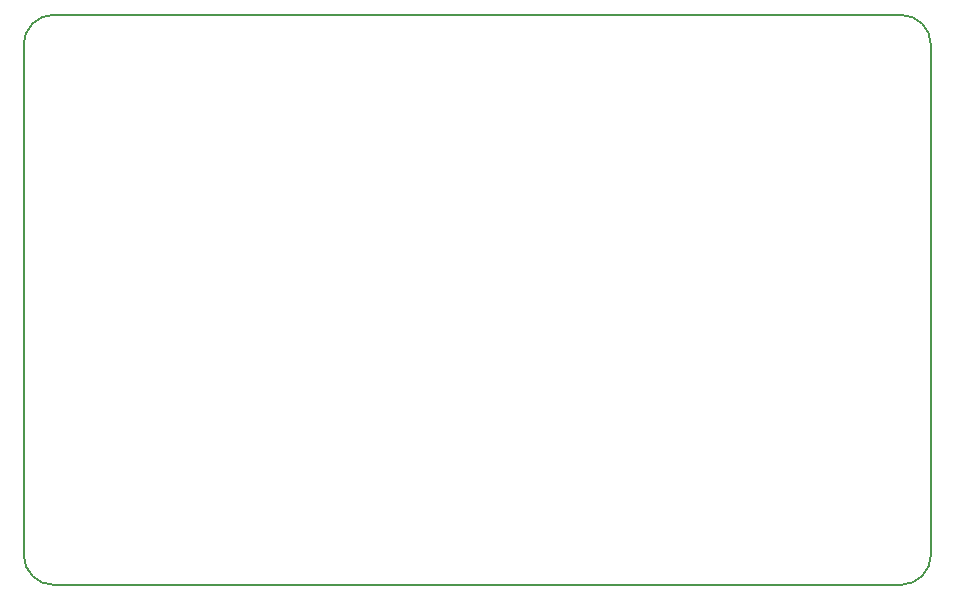
<source format=gm1>
G04 #@! TF.GenerationSoftware,KiCad,Pcbnew,5.0.1-33cea8e~68~ubuntu18.04.1*
G04 #@! TF.CreationDate,2018-12-16T18:27:52+03:00*
G04 #@! TF.ProjectId,up5k_v0,7570356B5F76302E6B696361645F7063,rev?*
G04 #@! TF.SameCoordinates,Original*
G04 #@! TF.FileFunction,Profile,NP*
%FSLAX46Y46*%
G04 Gerber Fmt 4.6, Leading zero omitted, Abs format (unit mm)*
G04 Created by KiCad (PCBNEW 5.0.1-33cea8e~68~ubuntu18.04.1) date Paz 16 Ara 2018 18:27:52 +03*
%MOMM*%
%LPD*%
G01*
G04 APERTURE LIST*
%ADD10C,0.150000*%
G04 APERTURE END LIST*
D10*
X121300000Y-67310000D02*
G75*
G02X123840000Y-64770000I2540000J0D01*
G01*
X195580000Y-64770000D02*
G75*
G02X198120000Y-67310000I0J-2540000D01*
G01*
X198120000Y-110490000D02*
G75*
G02X195580000Y-113030000I-2540000J0D01*
G01*
X123840000Y-113030000D02*
G75*
G02X121300000Y-110490000I0J2540000D01*
G01*
X195580000Y-113030000D02*
X123825000Y-113030000D01*
X198120000Y-67310000D02*
X198120000Y-110490000D01*
X123840000Y-64770000D02*
X195580000Y-64770000D01*
X121300000Y-110490000D02*
X121300000Y-67310000D01*
M02*

</source>
